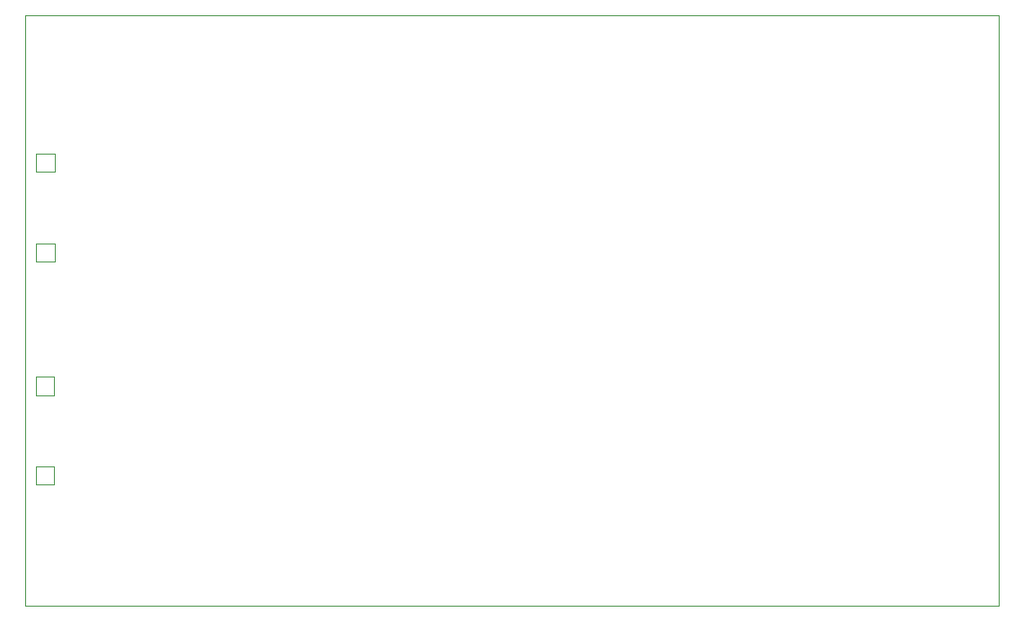
<source format=gbr>
%TF.GenerationSoftware,KiCad,Pcbnew,(6.0.1)*%
%TF.CreationDate,2023-02-22T17:25:16-05:00*%
%TF.ProjectId,TPA3118D2_prototipo_20230210,54504133-3131-4384-9432-5f70726f746f,rev?*%
%TF.SameCoordinates,Original*%
%TF.FileFunction,Profile,NP*%
%FSLAX46Y46*%
G04 Gerber Fmt 4.6, Leading zero omitted, Abs format (unit mm)*
G04 Created by KiCad (PCBNEW (6.0.1)) date 2023-02-22 17:25:16*
%MOMM*%
%LPD*%
G01*
G04 APERTURE LIST*
%TA.AperFunction,Profile*%
%ADD10C,0.100000*%
%TD*%
%TA.AperFunction,Profile*%
%ADD11C,0.120000*%
%TD*%
G04 APERTURE END LIST*
D10*
X99950000Y-76550000D02*
X191650000Y-76550000D01*
X191650000Y-76550000D02*
X191650000Y-132150000D01*
X191650000Y-132150000D02*
X99950000Y-132150000D01*
X99950000Y-132150000D02*
X99950000Y-76550000D01*
D11*
%TO.C,J3*%
X102730000Y-98025000D02*
X101030000Y-98025000D01*
X101030000Y-98025000D02*
X101030000Y-99725000D01*
X101030000Y-99725000D02*
X102730000Y-99725000D01*
X102730000Y-99725000D02*
X102730000Y-98025000D01*
X102730000Y-89575000D02*
X101030000Y-89575000D01*
X101030000Y-89575000D02*
X101030000Y-91275000D01*
X101030000Y-91275000D02*
X102730000Y-91275000D01*
X102730000Y-91275000D02*
X102730000Y-89575000D01*
%TO.C,J6*%
X102700000Y-110600000D02*
X101000000Y-110600000D01*
X101000000Y-110600000D02*
X101000000Y-112300000D01*
X101000000Y-112300000D02*
X102700000Y-112300000D01*
X102700000Y-112300000D02*
X102700000Y-110600000D01*
X102700000Y-119050000D02*
X101000000Y-119050000D01*
X101000000Y-119050000D02*
X101000000Y-120750000D01*
X101000000Y-120750000D02*
X102700000Y-120750000D01*
X102700000Y-120750000D02*
X102700000Y-119050000D01*
%TD*%
M02*

</source>
